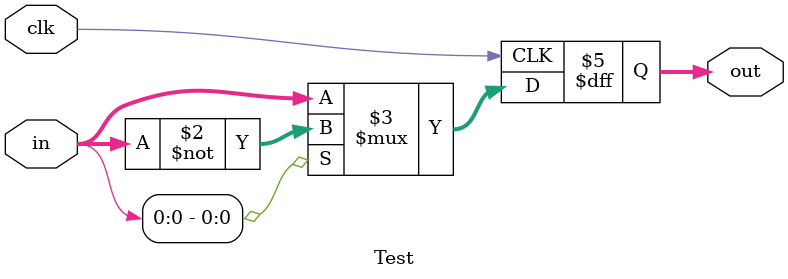
<source format=v>

module t (/*AUTOARG*/
  // Inputs
  clk
  );
  input clk;

  integer    cyc = 0;
  reg [63:0]  crc;
  reg [63:0]  sum;

  // Take CRC data and apply to testblock inputs
  wire [31:0]  in = crc[31:0];

  /*AUTOWIRE*/
  // Beginning of automatic wires (for undeclared instantiated-module outputs)
  wire [31:0]       out;              // From test of Test.v
  // End of automatics

  Test test (/*AUTOINST*/
          // Outputs
          .out               (out[31:0]),
          // Inputs
          .clk               (clk),
          .in                (in[31:0]));

  // Aggregate outputs into a single result vector
  wire [63:0] result = {32'h0, out};

  // What checksum will we end up with
`define EXPECTED_SUM 64'h966e272fd829e672

  // Test loop
  always @ (posedge clk) begin
`ifdef TEST_VERBOSE
    $write("[%0t] cyc==%0d crc=%x result=%x\n", $time, cyc, crc, result);
`endif
    cyc <= cyc + 1;
    crc <= {crc[62:0], crc[63] ^ crc[2] ^ crc[0]};
    sum <= result ^ {sum[62:0], sum[63] ^ sum[2] ^ sum[0]};
    if (cyc==0) begin
      // Setup
      crc <= 64'h5aef0c8d_d70a4497;
    end
    else if (cyc<10) begin
      sum <= 64'h0;
    end
    else if (cyc<90) begin
    end
    else if (cyc==99) begin
      $write("[%0t] cyc==%0d crc=%x sum=%x\n", $time, cyc, crc, sum);
      if (crc !== 64'hc77bb9b3784ea091) $stop;
      if (sum !== `EXPECTED_SUM) $stop;
      $write("*-* All Finished *-*\n");
      $finish;
    end
  end

endmodule

module Test (/*AUTOARG*/
  // Outputs
  out,
  // Inputs
  clk, in
  );

  input clk;
  input  [31:0] in;
  output [31:0] out;

  /*AUTOREG*/
  // Beginning of automatic regs (for this module's undeclared outputs)
  reg [31:0]        out;
  // End of automatics

`ifdef verilator
 `define dontOptimize $c1("1")
`else
 `define dontOptimize 1'b1
`endif

  always @(posedge clk) begin
    out <= in;
    // verilog_format: off
    if (`dontOptimize) if (`dontOptimize) if (`dontOptimize) if (`dontOptimize)
    if (`dontOptimize) if (`dontOptimize) if (`dontOptimize) if (`dontOptimize)
    if (`dontOptimize) if (`dontOptimize) if (`dontOptimize) if (`dontOptimize)
    if (`dontOptimize) if (`dontOptimize) if (`dontOptimize) if (`dontOptimize)
    if (`dontOptimize) if (`dontOptimize) if (`dontOptimize) if (`dontOptimize)
    if (`dontOptimize) if (`dontOptimize) if (`dontOptimize) if (`dontOptimize)
    if (`dontOptimize) if (`dontOptimize) if (`dontOptimize) if (`dontOptimize)
    if (`dontOptimize) if (`dontOptimize) if (`dontOptimize) if (`dontOptimize)
    if (`dontOptimize) if (`dontOptimize) if (`dontOptimize) if (`dontOptimize)
    if (`dontOptimize) if (`dontOptimize) if (`dontOptimize) if (`dontOptimize)
    if (`dontOptimize) if (`dontOptimize) if (`dontOptimize) if (`dontOptimize)
    if (`dontOptimize) if (`dontOptimize) if (`dontOptimize) if (`dontOptimize)
    if (`dontOptimize) if (`dontOptimize) if (`dontOptimize) if (`dontOptimize)
    if (`dontOptimize) if (`dontOptimize) if (`dontOptimize) if (`dontOptimize)
    if (`dontOptimize) if (`dontOptimize) if (`dontOptimize) if (`dontOptimize)
    if (`dontOptimize) if (`dontOptimize) if (`dontOptimize) if (`dontOptimize)
    if (`dontOptimize) if (`dontOptimize) if (`dontOptimize) if (`dontOptimize)
    if (`dontOptimize) if (`dontOptimize) if (`dontOptimize) if (`dontOptimize)
    if (`dontOptimize) if (`dontOptimize) if (`dontOptimize) if (`dontOptimize)
    if (`dontOptimize) if (`dontOptimize) if (`dontOptimize) if (`dontOptimize)
    if (`dontOptimize) if (`dontOptimize) if (`dontOptimize) if (`dontOptimize)
    if (`dontOptimize) if (`dontOptimize) if (`dontOptimize) if (`dontOptimize)
    if (`dontOptimize) if (`dontOptimize) if (`dontOptimize) if (`dontOptimize)
    if (`dontOptimize) if (`dontOptimize) if (`dontOptimize) if (`dontOptimize)
    if (`dontOptimize) if (`dontOptimize) if (`dontOptimize) if (`dontOptimize)
    if (`dontOptimize) if (`dontOptimize) if (`dontOptimize) if (`dontOptimize)
    if (`dontOptimize) if (`dontOptimize) if (`dontOptimize) if (`dontOptimize)
    if (`dontOptimize) if (`dontOptimize) if (`dontOptimize) if (`dontOptimize)
    if (`dontOptimize) if (`dontOptimize) if (`dontOptimize) if (`dontOptimize)
    if (`dontOptimize) if (`dontOptimize) if (`dontOptimize) if (`dontOptimize)
    if (`dontOptimize) if (`dontOptimize) if (`dontOptimize) if (`dontOptimize)
    if (`dontOptimize) if (`dontOptimize) if (`dontOptimize) if (`dontOptimize)
    if (`dontOptimize) if (`dontOptimize) if (`dontOptimize) if (`dontOptimize)
    if (`dontOptimize) if (`dontOptimize) if (`dontOptimize) if (`dontOptimize)
    if (`dontOptimize) if (`dontOptimize) if (`dontOptimize) if (`dontOptimize)
    if (`dontOptimize) if (`dontOptimize) if (`dontOptimize) if (`dontOptimize)
    if (`dontOptimize) if (`dontOptimize) if (`dontOptimize) if (`dontOptimize)
    if (`dontOptimize) if (`dontOptimize) if (`dontOptimize) if (`dontOptimize)
    if (`dontOptimize) if (`dontOptimize) if (`dontOptimize) if (`dontOptimize)
    if (`dontOptimize) if (`dontOptimize) if (`dontOptimize) if (`dontOptimize)
    if (`dontOptimize) if (`dontOptimize) if (`dontOptimize) if (`dontOptimize)
    if (`dontOptimize) if (`dontOptimize) if (`dontOptimize) if (`dontOptimize)
    if (`dontOptimize) if (`dontOptimize) if (`dontOptimize) if (`dontOptimize)
    if (`dontOptimize) if (`dontOptimize) if (`dontOptimize) if (`dontOptimize)
    if (`dontOptimize) if (`dontOptimize) if (`dontOptimize) if (`dontOptimize)
    if (`dontOptimize) if (`dontOptimize) if (`dontOptimize) if (`dontOptimize)
    if (`dontOptimize) if (`dontOptimize) if (`dontOptimize) if (`dontOptimize)
    if (`dontOptimize) if (`dontOptimize) if (`dontOptimize) if (`dontOptimize)
      if (in[0])
        out <= ~in;
    // verilog_format: on
  end
endmodule

</source>
